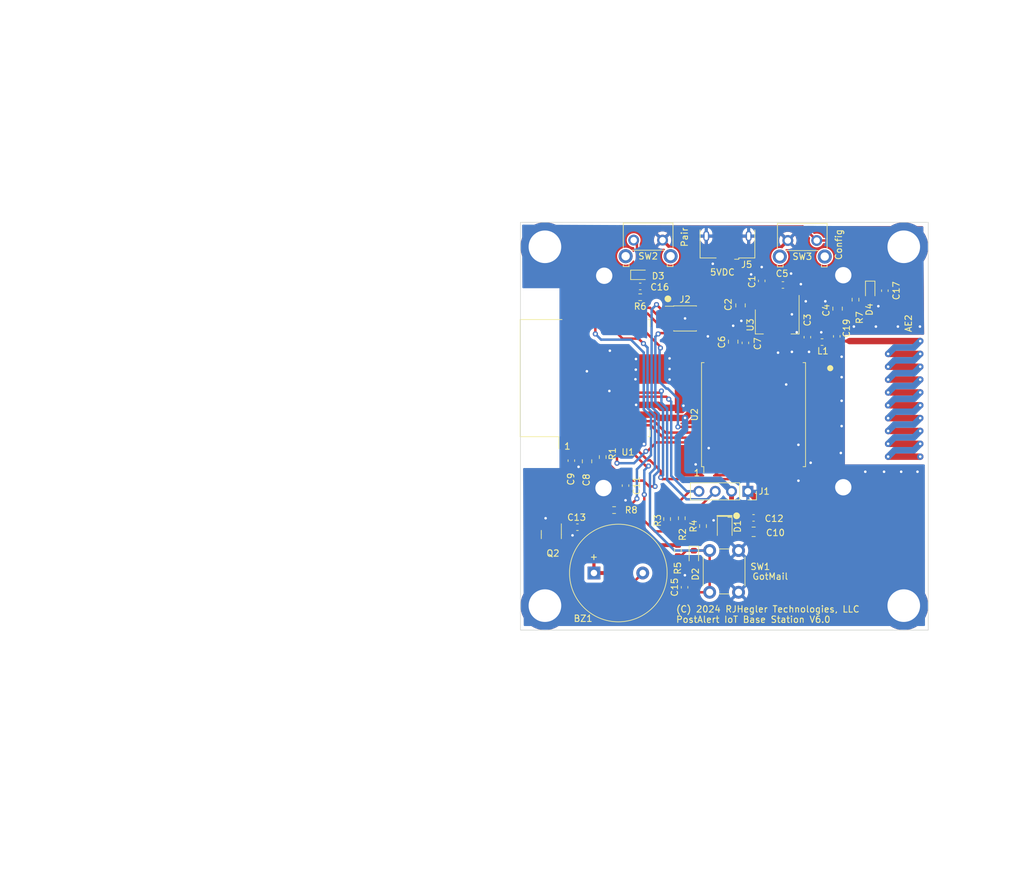
<source format=kicad_pcb>
(kicad_pcb (version 20221018) (generator pcbnew)
  (title_block (title "PostAlert Base Station") (date "2024-08-06") (rev "5.0") (company "RJ Hegler Technologies, LLC") (comment 1 "Was RFM97, chip antenna") (comment 2 "Q1 wrong footprint, display changed"))
  (layers (0 "F.Cu" signal) (31 "B.Cu" signal) (34 "B.Paste" user) (35 "F.Paste" user) (36 "B.SilkS" user "B.Silkscreen") (37 "F.SilkS" user "F.Silkscreen") (38 "B.Mask" user) (39 "F.Mask" user) (44 "Edge.Cuts" user))
  (net 0 "")
  (net 1 "+3.3V")
  (net 2 "/BEEP")
  (net 3 "GND")
  (net 4 "/ESP_EN")
  (net 6 "/RGB")
  (net 7 "/GotMail")
  (net 8 "/Pair")
  (net 9 "/Config")
  (net 10 "/SCL")
  (net 11 "/SDA")
  (net 12 "/ESP_TXD")
  (net 13 "/ESP_RXD")
  (net 15 "/MISO")
  (net 16 "/SCK")
  (net 17 "/MOSI")
  (net 18 "/RST")
  (net 19 "/NSS")
  (net 20 "Net-(J5-VBUS)")
  (net 21 "Net-(AE2-A)")
  (net 22 "Net-(U2-ANT)")
  (net 23 "Net-(BZ1--)")
  (net 30 "Net-(Q2-B)")
  (footprint "Button_Switch_THT:SW_Tactile_SKHH_Angled" (layer "F.Cu") (at 119.2294 58.653)
    (fp_text reference "SW2")
    (fp_text value "SW_Push")
  )
  (footprint "RJHTEC:USB_Micro-B_Amphenol_10118193-0002LF_Horizontal" (layer "F.Cu") (at 133.8344 58.018 180)
    (fp_text reference "J5")
    (fp_text value "USB_B_Micro")
  )
  (footprint "Diode_SMD:D_0603_1608Metric" (layer "F.Cu") (at 156.0594 66.527 -90)
    (fp_text reference "D4")
    (fp_text value "5v")
  )
  (footprint "Capacitor_SMD:C_0603_1608Metric" (layer "F.Cu") (at 109.5266 92.9938 -90)
    (fp_text reference "C9")
    (fp_text value "0.1uF")
  )
  (footprint "Capacitor_SMD:C_0603_1608Metric" (layer "F.Cu") (at 142.4704 65.638)
    (fp_text reference "C5")
    (fp_text value "0.1uF")
  )
  (footprint "Capacitor_SMD:C_0805_2012Metric" (layer "F.Cu") (at 135.8664 68.813 -90)
    (fp_text reference "C2")
    (fp_text value "10uf 6.3v")
  )
  (footprint "Resistor_SMD:R_0603_1608Metric" (layer "F.Cu") (at 116.1814 100.69 180)
    (fp_text reference "R8")
    (fp_text value "8.2k")
  )
  (footprint "Buzzer_Beeper:Buzzer_15x7.5RM7.6" (layer "F.Cu") (at 113.04 110.49)
    (fp_text reference "BZ1")
    (fp_text value "Piezo 3VDC 2300Hz 82dBA")
  )
  (footprint "Connector_PinSocket_2.54mm:PinSocket_1x04_P2.54mm_Vertical" (layer "F.Cu") (at 137.0094 97.769 -90)
    (fp_text reference "J1")
    (fp_text value "Conn_01x04_Socket")
  )
  (footprint "Capacitor_SMD:C_0603_1608Metric" (layer "F.Cu") (at 146.2804 73.766 90)
    (fp_text reference "C3")
    (fp_text value "DNP")
  )
  (footprint "Button_Switch_THT:SW_Tactile_SKHH_Angled" (layer "F.Cu") (at 143.2324 58.71)
    (fp_text reference "SW3")
    (fp_text value "SW_Push")
  )
  (footprint "Package_TO_SOT_SMD:SOT-23" (layer "F.Cu") (at 106.4024 104.5 -90)
    (fp_text reference "Q2")
    (fp_text value "MMBT3904")
  )
  (footprint "Resistor_SMD:R_0603_1608Metric" (layer "F.Cu") (at 130.0244 103.1792 -90)
    (fp_text reference "R4")
    (fp_text value "10k")
  )
  (footprint "RF_Module:ESP-WROOM-02" (layer "F.Cu") (at 114.771 80.1414 90)
    (fp_text reference "U1")
    (fp_text value "ESP32-C3")
  )
  (footprint "Package_TO_SOT_SMD:SOT-223-3_TabPin2" (layer "F.Cu") (at 141.5814 71.353 -90)
    (fp_text reference "U3")
    (fp_text value "AZ1117-3.3")
  )
  (footprint "RF_Module:HOPERF_RFM9XW_SMD" (layer "F.Cu") (at 137.8984 85.831 90)
    (fp_text reference "U2")
    (fp_text value "RFM95W-915S2")
  )
  (footprint "Resistor_SMD:R_0603_1608Metric" (layer "F.Cu") (at 153.7734 67.924 90)
    (fp_text reference "R7")
    (fp_text value "10k")
  )
  (footprint "Capacitor_SMD:C_0805_2012Metric" (layer "F.Cu") (at 134.7234 74.467 90)
    (fp_text reference "C6")
    (fp_text value "10uf 6.3v")
  )
  (footprint "LED_SMD:LED_WS2812B-2020_PLCC4_2.0x2.0mm" (layer "F.Cu") (at 133.4026 103.23 -90)
    (fp_text reference "D1")
    (fp_text value "NeoPixel_THT")
  )
  (footprint "Capacitor_SMD:C_0805_2012Metric" (layer "F.Cu") (at 150.9794 69.321 90)
    (fp_text reference "C4")
    (fp_text value "10uf 6.3v")
  )
  (footprint "Capacitor_SMD:C_0603_1608Metric" (layer "F.Cu") (at 110.4664 103.357 180)
    (fp_text reference "C13")
    (fp_text value "0.1uF")
  )
  (footprint "Capacitor_SMD:C_0603_1608Metric" (layer "F.Cu") (at 136.6284 74.655 90)
    (fp_text reference "C7")
    (fp_text value "0.1uF")
  )
  (footprint "Capacitor_SMD:C_0603_1608Metric" (layer "F.Cu") (at 158.3454 66.527 90)
    (fp_text reference "C17")
    (fp_text value "0.1uF")
  )
  (footprint "Button_Switch_THT:SW_PUSH_6mm" (layer "F.Cu") (at 135.5616 106.9892 -90)
    (fp_text reference "SW1")
    (fp_text value "SW_Push")
  )
  (footprint "Resistor_SMD:R_0603_1608Metric" (layer "F.Cu") (at 126.1128 106.9892 -90)
    (fp_text reference "R5")
    (fp_text value "10k")
  )
  (footprint "Resistor_SMD:R_0603_1608Metric" (layer "F.Cu") (at 124.4364 102.087 90)
    (fp_text reference "R3")
    (fp_text value "10k")
  )
  (footprint "Capacitor_SMD:C_0805_2012Metric" (layer "F.Cu") (at 137.9114 104.0795)
    (fp_text reference "C10")
    (fp_text value "10uf 6.3v")
  )
  (footprint "Resistor_SMD:R_0603_1608Metric" (layer "F.Cu") (at 126.7224 101.96 90)
    (fp_text reference "R2")
    (fp_text value "10k")
  )
  (footprint "Capacitor_SMD:C_0805_2012Metric" (layer "F.Cu") (at 111.965 93.0954 -90)
    (fp_text reference "C8")
    (fp_text value "10uf 6.3v")
  )
  (footprint "Diode_SMD:D_0603_1608Metric" (layer "F.Cu") (at 128.602 107.802 -90)
    (fp_text reference "D2")
    (fp_text value "5v")
  )
  (footprint "Capacitor_SMD:C_0603_1608Metric" (layer "F.Cu") (at 120.2454 65.8666 180)
    (fp_text reference "C16")
    (fp_text value "0.1uF")
  )
  (footprint "Resistor_SMD:R_0603_1608Metric" (layer "F.Cu") (at 120.2454 67.543 180)
    (fp_text reference "R6")
    (fp_text value "10k")
  )
  (footprint "Capacitor_SMD:C_0603_1608Metric" (layer "F.Cu") (at 137.8984 101.9092)
    (fp_text reference "C12")
    (fp_text value "0.1uF")
  )
  (footprint "Inductor_SMD:L_0603_1608Metric" (layer "F.Cu") (at 148.5664 74.528)
    (fp_text reference "L1")
    (fp_text value "36nH")
  )
  (footprint "Capacitor_SMD:C_0603_1608Metric" (layer "F.Cu") (at 117.9594 96.88 -90)
    (fp_text reference "C11")
    (fp_text value "1uF, 16v")
  )
  (footprint "RF_Antenna:Texas_SWRA416_868MHz_915MHz" (layer "F.Cu") (at 158.0534 83.37 -90)
    (fp_text reference "AE2")
    (fp_text value "Antenna")
  )
  (footprint "Diode_SMD:D_0603_1608Metric" (layer "F.Cu") (at 120.2454 64.0632)
    (fp_text reference "D3")
    (fp_text value "5v")
  )
  (footprint "Capacitor_SMD:C_0603_1608Metric" (layer "F.Cu") (at 150.8524 73.639 90)
    (fp_text reference "C19")
    (fp_text value "0.75pF")
  )
  (footprint "Capacitor_SMD:C_0603_1608Metric" (layer "F.Cu") (at 127.1542 112.7166 -90)
    (fp_text reference "C15")
    (fp_text value "0.1uF")
  )
  (footprint "Capacitor_SMD:C_0603_1608Metric" (layer "F.Cu") (at 139.1684 65.003 90)
    (fp_text reference "C1")
    (fp_text value "0.1uF")
  )
  (footprint "Connector_PinHeader_1.27mm:PinHeader_2x03_P1.27mm_Vertical_SMD" (layer "F.Cu") (at 127.2304 70.845)
    (fp_text reference "J2")
    (fp_text value "ESP-Prog")
  )
  (footprint "Resistor_SMD:R_0603_1608Metric" (layer "F.Cu") (at 114.4034 92.435 90)
    (fp_text reference "R1")
    (fp_text value "10k")
  )
  (gr_circle (center 135.255743 101.579) (end 135.705743 101.579) (stroke (width 0.15)) (fill solid) (layer "F.SilkS"))
  (gr_circle (center 149.8364 78.592) (end 150.2364 78.592) (stroke (width 0.15)) (fill solid) (layer "F.SilkS"))
  (gr_line (start 132.2596 101.6044) (end 134.4948 101.6044) (stroke (width 0.25)) (layer "F.SilkS"))
  (gr_circle (center 124.5634 67.797) (end 125.0134 67.797) (stroke (width 0.15)) (fill solid) (layer "F.SilkS"))
  (gr_poly (pts (xy 101.6 55.88) (xy 165.1 55.88) (xy 165.1 119.38) (xy 101.6 119.38)) (stroke (width 0.1)) (fill none) (layer "Edge.Cuts"))
  (gr_text "RJHegler Tech, LLC\nPCB01202401" (at 141.8608 109.2498) (layer "F.Cu") (effects (font (size 1.5 1.5) (thickness 0.3) bold) (justify left bottom)))
  (gr_text "GotMail" (at 137.6444 111.612) (layer "F.SilkS") (effects (font (size 1 1)) (justify left bottom)))
  (gr_text "Pair" (at 127.7384 59.796 90) (layer "F.SilkS") (effects (font (size 1 1)) (justify left bottom)))
  (gr_text "Config" (at 151.7414 61.828 90) (layer "F.SilkS") (effects (font (size 1 1)) (justify left bottom)))
  (gr_text "1" (at 108.3328 91.3428) (layer "F.SilkS") (effects (font (size 1 1)) (justify left bottom)))
  (gr_text "5VDC" (at 131.0404 64.241) (layer "F.SilkS") (effects (font (size 1 1)) (justify left bottom)))
  (gr_text "(C) 2024 RJHegler Technologies, LLC\nPostAlert IoT Base Station V6.0" (at 125.7572 118.3176) (layer "F.SilkS") (effects (font (size 1 1)) (justify left bottom)))
  (gr_text "1" (at 128.5004 95.483) (layer "F.SilkS") (effects (font (size 1 1)) (justify left bottom)))
  (segment (start 152.8234 70.271) (end 150.9794 70.271) (width 0.381) (layer "F.Cu") (net 1))
  (segment (start 108.771 91.4632) (end 109.5266 92.2188) (width 0.8) (layer "F.Cu") (net 1))
  (segment (start 136.8984 78.306) (end 136.8984 75.7) (width 0.6) (layer "F.Cu") (net 1))
  (segment (start 153.7734 68.749) (end 153.7734 69.321) (width 0.381) (layer "F.Cu") (net 1))
  (segment (start 122.6584 85.831) (end 110.8474 85.831) (width 1) (layer "F.Cu") (net 1))
  (segment (start 108.771 88.8914) (end 108.771 91.4632) (width 0.8) (layer "F.Cu") (net 1))
  (segment (start 136.6284 75.43) (end 140.6544 75.43) (width 1) (layer "F.Cu") (net 1))
  (segment (start 141.5814 68.203) (end 141.5814 65.752) (width 1) (layer "F.Cu") (net 1))
  (segment (start 129.5936 102.785) (end 130.0244 102.3542) (width 0.381) (layer "F.Cu") (net 1))
  (segment (start 113.2888 92.1454) (end 114.4034 93.26) (width 0.381) (layer "F.Cu") (net 1))
  (segment (start 110.8474 85.831) (end 108.771 87.9074) (width 1) (layer "F.Cu") (net 1))
  (segment (start 109.5266 92.2188) (end 111.8916 92.2188) (width 0.8) (layer "F.Cu") (net 1))
  (segment (start 121.0704 67.543) (end 121.0958 67.5684) (width 0.381) (layer "F.Cu") (net 1))
  (segment (start 128.5004 76.941) (end 130.0244 75.417) (width 1) (layer "F.Cu") (net 1))
  (segment (start 131.5992 101.2488) (end 130.4938 102.3542) (width 0.381) (layer "F.Cu") (net 1))
  (segment (start 136.9614 104.0795) (end 136.9614 102.0712) (width 0.75) (layer "F.Cu") (net 1))
  (segment (start 136.6284 75.43) (end 136.6154 75.417) (width 0.381) (layer "F.Cu") (net 1))
  (segment (start 139.41 75.43) (end 136.6284 75.43) (width 0.381) (layer "F.Cu") (net 1))
  (segment (start 137.0602 101.9092) (end 137.1234 101.9092) (width 0.381) (layer "F.Cu") (net 1))
  (segment (start 130.0244 102.5046) (end 130.0244 102.3542) (width 0.381) (layer "F.Cu") (net 1))
  (segment (start 127.2304 86.339) (end 123.1664 86.339) (width 1) (layer "F.Cu") (net 1))
  (segment (start 128.5004 85.069) (end 128.5004 76.941) (width 1) (layer "F.Cu") (net 1))
  (segment (start 141.5814 74.503) (end 141.5814 68.203) (width 1) (layer "F.Cu") (net 1))
  (segment (start 140.6544 75.43) (end 141.5814 74.503) (width 1) (layer "F.Cu") (net 1))
  (segment (start 146.2829 70.271) (end 150.9794 70.271) (width 1) (layer "F.Cu") (net 1))
  (segment (start 127.2304 86.339) (end 128.5004 85.069) (width 1) (layer "F.Cu") (net 1))
  (segment (start 153.7734 69.321) (end 152.8234 70.271) (width 0.381) (layer "F.Cu") (net 1))
  (segment (start 133.9526 104.7374) (end 133.9526 104.145) (width 0.6) (layer "F.Cu") (net 1))
  (segment (start 121.0958 67.5684) (end 127.1738 67.5684) (width 0.381) (layer "F.Cu") (net 1))
  (segment (start 133.9526 104.145) (end 136.8959 104.145) (width 0.6) (layer "F.Cu") (net 1))
  (segment (start 141.5814 71.607) (end 144.9469 71.607) (width 1) (layer "F.Cu") (net 1))
  (segment (start 115.3984 110.49) (end 119.7374 106.151) (width 0.6) (layer "F.Cu") (net 1))
  (segment (start 113.04 104.4066) (end 113.04 110.49) (width 0.5) (layer "F.Cu") (net 1))
  (segment (start 111.965 92.1454) (end 113.2888 92.1454) (width 0.381) (layer "F.Cu") (net 1))
  (segment (start 126.5954 102.912) (end 126.7224 102.785) (width 0.381) (layer "F.Cu") (net 1))
  (segment (start 136.8984 75.7) (end 136.6284 75.43) (width 0.381) (layer "F.Cu") (net 1))
  (segment (start 129.9726 102.5564) (end 130.0244 102.5046) (width 0.381) (layer "F.Cu") (net 1))
  (segment (start 134.4694 97.769) (end 134.4694 99.3184) (width 0.75) (layer "F.Cu") (net 1))
  (segment (start 134.4694 97.769) (end 134.4694 99.2106) (width 0.381) (layer "F.Cu") (net 1))
  (segment (start 111.8916 92.2188) (end 111.965 92.1454) (width 0.381) (layer "F.Cu") (net 1))
  (segment (start 119.7374 106.151) (end 126.126 106.151) (width 0.6) (layer "F.Cu") (net 1))
  (segment (start 133.6312 105.0588) (end 133.9526 104.7374) (width 0.6) (layer "F.Cu") (net 1))
  (segment (start 126.126 106.151) (end 127.2182 105.0588) (width 0.6) (layer "F.Cu") (net 1))
  (segment (start 132.0564 75.417) (end 134.7234 75.417) (width 1) (layer "F.Cu") (net 1))
  (segment (start 113.04 110.49) (end 115.3984 110.49) (width 0.6) (layer "F.Cu") (net 1))
  (segment (start 111.9904 103.357) (end 113.04 104.4066) (width 0.5) (layer "F.Cu") (net 1))
  (segment (start 130.0244 75.417) (end 132.0564 75.417) (width 1) (layer "F.Cu") (net 1))
  (segment (start 136.6154 75.417) (end 134.7234 75.417) (width 1) (layer "F.Cu") (net 1))
  (segment (start 132.0564 75.417) (end 131.9294 75.29) (width 0.381) (layer "F.Cu") (net 1))
  (segment (start 124.4364 102.912) (end 126.5954 102.912) (width 0.381) (layer "F.Cu") (net 1))
  (segment (start 136.8959 104.145) (end 136.9614 104.0795) (width 0.381) (layer "F.Cu") (net 1))
  (segment (start 111.2414 103.357) (end 111.9904 103.357) (width 0.5) (layer "F.Cu") (net 1))
  (segment (start 134.4694 99.2106) (end 132.4312 101.2488) (width 0.381) (layer "F.Cu") (net 1))
  (segment (start 127.2182 105.0588) (end 133.6312 105.0588) (width 0.6) (layer "F.Cu") (net 1))
  (segment (start 123.1664 86.339) (end 122.6584 85.831) (width 1) (layer "F.Cu") (net 1))
  (segment (start 130.4938 102.3542) (end 130.0244 102.3542) (width 0.381) (layer "F.Cu") (net 1))
  (segment (start 132.4312 101.2488) (end 131.5992 101.2488) (width 0.381) (layer "F.Cu") (net 1))
  (segment (start 127.1738 67.5684) (end 129.1804 69.575) (width 0.381) (layer "F.Cu") (net 1))
  (segment (start 144.9469 71.607) (end 146.2829 70.271) (width 1) (layer "F.Cu") (net 1))
  (segment (start 131.0404 69.575) (end 129.1804 69.575) (width 0.381) (layer "F.Cu") (net 1))
  (segment (start 134.4694 99.3184) (end 137.0602 101.9092) (width 0.75) (layer "F.Cu") (net 1))
  (segment (start 108.771 87.9074) (end 108.771 88.8914) (width 1) (layer "F.Cu") (net 1))
  (segment (start 126.7224 102.785) (end 129.5936 102.785) (width 0.381) (layer "F.Cu") (net 1))
  (segment (start 139.5654 75.5854) (end 139.41 75.43) (width 0.381) (layer "F.Cu") (net 1))
  (segment (start 131.9294 75.29) (end 131.9294 70.464) (width 0.381) (layer "F.Cu") (net 1))
  (segment (start 141.5814 65.752) (end 141.6954 65.638) (width 1) (layer "F.Cu") (net 1))
  (segment (start 131.9294 70.464) (end 131.0404 69.575) (width 0.381) (layer "F.Cu") (net 1))
  (segment (start 136.9614 102.0712) (end 137.1234 101.9092) (width 0.381) (layer "F.Cu") (net 1))
  (via (at 127.2304 86.339) (size 0.8) (drill 0.4) (layers "F.Cu" "B.Cu") (net 1))
  (segment (start 127.2304 88.177135) (end 126.0889 89.318635) (width 1) (layer "B.Cu") (net 1))
  (segment (start 132.6914 95.991) (end 134.4694 97.769) (width 1) (layer "B.Cu") (net 1))
  (segment (start 127.2304 86.339) (end 127.2304 88.177135) (width 1) (layer "B.Cu") (net 1))
  (segment (start 126.0889 89.318635) (end 126.0889 95.114142) (width 1) (layer "B.Cu") (net 1))
  (segment (start 126.965758 95.991) (end 132.6914 95.991) (width 1) (layer "B.Cu") (net 1))
  (segment (start 126.0889 95.114142) (end 126.965758 95.991) (width 1) (layer "B.Cu") (net 1))
  (segment (start 113.2604 73.258) (end 113.2604 71.702) (width 0.381) (layer "F.Cu") (net 2))
  (segment (start 117.0064 100.69) (end 117.9594 100.69) (width 0.381) (layer "F.Cu") (net 2))
  (segment (start 113.2604 71.702) (end 113.271 71.6914) (width 0.381) (layer "F.Cu") (net 2))
  (segment (start 117.9594 100.69) (end 119.7374 98.912) (width 0.381) (layer "F.Cu") (net 2))
  (segment (start 113.271 71.6914) (end 113.271 71.3914) (width 0.381) (layer "F.Cu") (net 2))
  (via (at 113.2604 73.258) (size 0.8) (drill 0.4) (layers "F.Cu" "B.Cu") (net 2))
  (via (at 119.7374 98.912) (size 0.8) (drill 0.4) (layers "F.Cu" "B.Cu") (net 2))
  (segment (start 121.9249 86.156952) (end 120.8042 85.036252) (width 0.381) (layer "B.Cu") (net 2))
  (segment (start 119.7374 98.912) (end 119.7374 94.34) (width 0.381) (layer "B.Cu") (net 2))
  (segment (start 120.8042 76.1536) (end 118.7976 74.147) (width 0.381) (layer "B.Cu") (net 2))
  (segment (start 120.8042 85.036252) (end 120.8042 76.1536) (width 0.381) (layer "B.Cu") (net 2))
  (segment (start 119.7374 94.34) (end 121.9249 92.1525) (width 0.381) (layer "B.Cu") (net 2))
  (segment (start 118.7976 74.147) (end 114.1494 74.147) (width 0.381) (layer "B.Cu") (net 2))
  (segment (start 114.1494 74.147) (end 113.2604 73.258) (width 0.381) (layer "B.Cu") (net 2))
  (segment (start 121.9249 92.1525) (end 121.9249 86.156952) (width 0.381) (layer "B.Cu") (net 2))
  (segment (start 127.1542 111.9416) (end 127.1542 110.8878) (width 0.381) (layer "F.Cu") (net 3))
  (segment (start 128.602 109.44) (end 127.205 110.837) (width 0.381) (layer "F.Cu") (net 3))
  (segment (start 120.771 90.3444) (end 120.8296 90.403) (width 0.381) (layer "F.Cu") (net 3))
  (segment (start 121.0204 65.8666) (end 121.0204 64.0757) (width 0.381) (layer "F.Cu") (net 3))
  (segment (start 130.9419 91.038) (end 130.9134 91.0665) (width 0.381) (layer "F.Cu") (net 3))
  (segment (start 121.0204 64.0757) (end 121.0329 64.0632) (width 0.381) (layer "F.Cu") (net 3))
  (segment (start 120.771 88.8914) (end 120.771 90.3444) (width 0.381) (layer "F.Cu") (net 3))
  (segment (start 143.8814 68.203) (end 143.8814 66.274) (width 0.381) (layer "F.Cu") (net 3))
  (segment (start 138.6734 99.306) (end 138.6734 101.9092) (width 1) (layer "F.Cu") (net 3))
  (segment (start 109.6914 104.614) (end 109.6914 103.357) (width 0.5) (layer "F.Cu") (net 3))
  (segment (start 137.1364 97.769) (end 138.6734 99.306) (width 1) (layer "F.Cu") (net 3))
  (segment (start 130.9134 91.038) (end 130.9419 91.038) (width 0.381) (layer "F.Cu") (net 3))
  (segment (start 130.8984 91.0815) (end 130.9134 91.0665) (width 0.381) (layer "F.Cu") (net 3))
  (segment (start 119.6104 84.307) (end 123.0394 84.307) (width 1) (layer "F.Cu") (net 3))
  (segment (start 135.0734 73.867) (end 134.7234 73.517) (width 0.381) (layer "F.Cu") (net 3))
  (segment (start 111.9396 79.0746) (end 111.9896 79.0246) (width 0.381) (layer "F.Cu") (net 3))
  (segment (start 126.6384 84.772) (end 126.9764 84.434) (width 1) (layer "F.Cu") (net 3))
  (segment (start 135.9934 69.89) (end 135.8664 69.763) (width 0.381) (layer "F.Cu") (net 3))
  (segment (start 130.9134 91.0665) (end 130.9134 91.038) (width 0.381) (layer "F.Cu") (net 3))
  (segment (start 137.0094 97.769) (end 137.1364 97.769) (width 1) (layer "F.Cu") (net 3))
  (segment (start 143.8814 66.274) (end 143.2454 65.638) (width 0.381) (layer "F.Cu") (net 3))
  (segment (start 111.965 94.0454) (end 110.7306 94.0454) (width 0.381) (layer "F.Cu") (net 3))
  (segment (start 138.6734 101.5525) (end 138.6734 101.9092) (width 0.381) (layer "F.Cu") (net 3))
  (segment (start 115.381 82.0811) (end 115.381 79.0414) (width 0.381) (layer "F.Cu") (net 3))
  (segment (start 109.5266 93.7688) (end 110.454 93.7688) (width 0.381) (layer "F.Cu") (net 3))
  (segment (start 117.9594 99.166) (end 117.9594 97.655) (width 0.381) (layer "F.Cu") (net 3))
  (segment (start 109.7044 104.627) (end 109.6914 104.614) (width 0.381) (layer "F.Cu") (net 3))
  (segment (start 136.6154 73.867) (end 135.0734 73.867) (width 0.381) (layer "F.Cu") (net 3))
  (segment (start 139.1684 64.228) (end 139.1684 62.844) (width 0.381) (layer "F.Cu") (net 3))
  (segment (start 138.6734 103.8915) (end 138.8614 104.0795) (width 0.381) (layer "F.Cu") (net 3))
  (segment (start 132.827968 102.290368) (end 132.8526 102.315) (width 0.381) (layer "F.Cu") (net 3))
  (segment (start 115.3642 79.0246) (end 115.381 79.0414) (width 0.381) (layer "F.Cu") (net 3))
  (segment (start 110.454 93.7688) (end 110.6442 93.959) (width 0.381) (layer "F.Cu") (net 3))
  (segment (start 127.1542 110.8878) (end 127.205 110.837) (width 0.381) (layer "F.Cu") (net 3))
  (segment (start 115.381 79.0414) (end 115.521 78.9014) (width 0.381) (layer "F.Cu") (net 3))
  (segment (start 136.6284 73.88) (end 136.6154 73.867) (width 0.381) (layer "F.Cu") (net 3))
  (segment (start 105.4524 102.021) (end 105.5134 101.96) (width 0.381) (layer "F.Cu") (net 3))
  (segment (start 128.602 108.5895) (end 128.602 109.44) (width 0.381) (layer "F.Cu") (net 3))
  (segment (start 134.7234 71.988) (end 134.7234 73.517) (width 0.381) (layer "F.Cu") (net 3))
  (segment (start 111.9896 79.0246) (end 115.3642 79.0246) (width 0.381) (layer "F.Cu") (net 3))
  (segment (start 123.5044 84.772) (end 126.6384 84.772) (width 1) (layer "F.Cu") (net 3))
  (segment (start 130.8984 93.356) (end 130.8984 91.0815) (width 0.381) (layer "F.Cu") (net 3))
  (segment (start 115.4448 82.1449) (end 115.381 82.0811) (width 0.381) (layer "F.Cu") (net 3))
  (segment (start 131.675568 102.290368) (end 132.827968 102.290368) (width 0.381) (layer "F.Cu") (net 3))
  (segment (start 135.9934 71.226) (end 135.9934 69.89) (width 0.381) (layer "F.Cu") (net 3))
  (segment (start 138.6734 101.9092) (end 138.6734 103.8915) (width 1) (layer "F.Cu") (net 3))
  (segment (start 110.7306 94.0454) (end 110.6442 93.959) (width 0.381) (layer "F.Cu") (net 3))
  (segment (start 105.4524 103.5625) (end 105.4524 102.021) (width 0.381) (layer "F.Cu") (net 3))
  (segment (start 123.0394 84.307) (end 123.5044 84.772) (width 1) (layer "F.Cu") (net 3))
  (segment (start 115.521 78.9014) (end 115.521 75.8742) (width 0.381) (layer "F.Cu") (net 3))
  (segment (start 138.8048 101.4211) (end 138.6734 101.5525) (width 0.381) (layer "F.Cu") (net 3))
  (via (at 160.8854 94.721) (size 0.8) (drill 0.4) (layers "F.Cu" "B.Cu") (net 3))
  (via (at 144.6294 73.004) (size 0.8) (drill 0.4) (layers "F.Cu" "B.Cu") (net 3))
  (via (at 163.8064 72.115) (size 0.8) (drill 0.4) (layers "F.Cu" "B.Cu") (net 3))
  (via (at 114.640163 64.2) (size 4.20116) (drill 2.54) (layers "F.Cu" "B.Cu") (net 3))
  (via (at 151.6144 76.814) (size 0.8) (drill 0.4) (layers "F.Cu" "B.Cu") (net 3))
  (via (at 124.8174 77.068) (size 0.8) (drill 0.4) (layers "F.Cu" "B.Cu") (net 3))
  (via (at 145.2644 65.511) (size 0.8) (drill 0.4) (layers "F.Cu" "B.Cu") (net 3))
  (via (at 146.7884 93.324) (size 0.8) (drill 0.4) (layers "F.Cu" "B.Cu") (net 3))
  (via (at 124.8174 78.719) (size 0.8) (drill 0.4) (layers "F.Cu" "B.Cu") (net 3))
  (via (at 119.5088 80.3192) (size 0.8) (drill 0.4) (layers "F.Cu" "B.Cu") (net 3))
  (via (at 151.8684 64.114) (size 4.20116) (drill 2.54) (layers "F.Cu" "B.Cu") (net 3))
  (via (at 149.0744 68.178) (size 0.8) (drill 0.4) (layers "F.Cu" "B.Cu") (net 3))
  (via (at 127.2304 70.845) (size 0.8) (drill 0.4) (layers "F.Cu" "B.Cu") (net 3))
  (via (at 160.3774 72.115) (size 0.8) (drill 0.4) (layers "F.Cu" "B.Cu") (net 3))
  (via (at 126.9764 84.434) (size 0.8) (drill 0.4) (layers "F.Cu" "B.Cu") (net 3))
  (via (at 105.5134 101.96) (size 0.8) (drill 0.4) (layers "F.Cu" "B.Cu") (net 3))
  (via (at 139.1684 62.844) (size 0.8) (drill 0.4) (layers "F.Cu" "B.Cu") (net 3))
  (via (at 128.8814 93.578) (size 0.8) (drill 0.4) (layers "F.Cu" "B.Cu") (net 3))
  (via locked (at 161.29 59.69) (size 7.62) (drill 5.08) (layers "F.Cu" "B.Cu") (net 3))
  (via (at 163.4254 94.721) (size 0.8) (drill 0.4) (layers "F.Cu" "B.Cu") (net 3))
  (via (at 153.5194 72.115) (size 0.8) (drill 0.4) (layers "F.Cu" "B.Cu") (net 3))
  (via (at 144.8834 96.118) (size 0.8) (drill 0.4) (layers "F.Cu" "B.Cu") (net 3))
  (via (at 151.6144 87.609) (size 0.8) (drill 0.4) (layers "F.Cu" "B.Cu") (net 3))
  (via (at 117.9594 99.166) (size 0.8) (drill 0.4) (layers "F.Cu" "B.Cu") (net 3))
  (via (at 127.205 110.837) (size 0.8) (drill 0.4) (layers "F.Cu" "B.Cu") (net 3))
  (via (at 142.9784 81.132) (size 0.8) (drill 0.4) (layers "F.Cu" "B.Cu") (net 3))
  (via (at 131.675568 102.290368) (size 0.8) (drill 0.4) (layers "F.Cu" "B.Cu") (net 3))
  (via (at 115.521 75.8742) (size 0.8) (drill 0.4) (layers "F.Cu" "B.Cu") (net 3))
  (via (at 131.5484 62.336) (size 0.8) (drill 0.4) (layers "F.Cu" "B.Cu") (net 3))
  (via locked (at 105.41 115.57) (size 7.62) (drill 5.08) (layers "F.Cu" "B.Cu") (net 3))
  (via (at 144.8834 90.53) (size 0.8) (drill 0.4) (layers "F.Cu" "B.Cu") (net 3))
  (via (at 143.7404 63.86) (size 0.8) (drill 0.4) (layers "F.Cu" "B.Cu") (net 3))
  (via (at 155.2974 94.721) (size 0.8) (drill 0.4) (layers "F.Cu" "B.Cu") (net 3))
  (via (at 109.7044 104.627) (size 0.8) (drill 0.4) (layers "F.Cu" "B.Cu") (net 3))
  (via (at 137.5174 63.987) (size 0.8) (drill 0.4) (layers "F.Cu" "B.Cu") (net 3))
  (via (at 130.7864 73.639) (size 0.8) (drill 0.4) (layers "F.Cu" "B.Cu") (net 3))
  (via (at 119.6104 84.307) (size 0.8) (drill 0.4) (layers "F.Cu" "B.Cu") (net 3))
  (via locked (at 105.41 59.69) (size 7.62) (drill 5.08) (layers "F.Cu" "B.Cu") (net 3))
  (via (at 141.7084 76.179) (size 0.8) (drill 0.4) (layers "F.Cu" "B.Cu") (net 3))
  (via (at 130.9134 91.038) (size 0.8) (drill 0.4) (layers "F.Cu" "B.Cu") (net 3))
  (via (at 158.2184 94.721) (size 0.8) (drill 0.4) (layers "F.Cu" "B.Cu") (net 3))
  (via (at 119.585 77.1696) (size 0.8) (drill 0.4) (layers "F.Cu" "B.Cu") (net 3))
  (via (at 151.8684 97.134) (size 4.20116) (drill 2.54) (layers "F.Cu" "B.Cu") (net 3))
  (via (at 146.5344 76.052) (size 0.8) (drill 0.4) (layers "F.Cu" "B.Cu") (net 3))
  (via (at 134.7234 71.988) (size 0.8) (drill 0.4) (layers "F.Cu" "B.Cu") (net 3))
  (via (at 110.6442 93.959) (size 0.8) (drill 0.4) (layers "F.Cu" "B.Cu") (net 3))
  (via (at 114.5304 97.261) (size 4.20116) (drill 2.54) (layers "F.Cu" "B.Cu") (net 3))
  (via (at 146.0264 68.178) (size 0.8) (drill 0.4) (layers "F.Cu" "B.Cu") (net 3))
  (via (at 156.9484 72.115) (size 0.8) (drill 0.4) (layers "F.Cu" "B.Cu") (net 3))
  (via locked (at 161.29 115.57) (size 7.62) (drill 5.08) (layers "F.Cu" "B.Cu") (net 3))
  (via (at 151.6144 83.672) (size 0.8) (drill 0.4) (layers "F.Cu" "B.Cu") (net 3))
  (via (at 111.9396 79.0746) (size 0.8) (drill 0.4) (layers "F.Cu" "B.Cu") (net 3))
  (via (at 143.8674 76.052) (size 0.8) (drill 0.4) (layers "F.Cu" "B.Cu") (net 3))
  (via (at 120.8296 90.403) (size 0.8) (drill 0.4) (layers "F.Cu" "B.Cu") (net 3))
  (via (at 143.8674 70.21) (size 0.8) (drill 0.4) (layers "F.Cu" "B.Cu") (net 3))
  (via (at 148.4394 73.004) (size 0.8) (drill 0.4) (layers "F.Cu" "B.Cu") (net 3))
  (via (at 119.5596 78.8206) (size 0.8) (drill 0.4) (layers "F.Cu" "B.Cu") (net 3))
  (via (at 124.8174 80.37) (size 0.8) (drill 0.4) (layers "F.Cu" "B.Cu") (net 3))
  (via (at 151.6144 79.989) (size 0.8) (drill 0.4) (layers "F.Cu" "B.Cu") (net 3))
  (via (at 151.4874 91.8) (size 0.8) (drill 0.4) (layers "F.Cu" "B.Cu") (net 3))
  (via (at 135.9934 71.226) (size 0.8) (drill 0.4) (layers "F.Cu" "B.Cu") (net 3))
  (via (at 157.3294 68.94) (size 0.8) (drill 0.4) (layers "F.Cu" "B.Cu") (net 3))
  (via (at 115.4448 82.1449) (size 0.8) (drill 0.4) (layers "F.Cu" "B.Cu") (net 3))
  (segment (start 121.6424 97.007) (end 120.7404 96.105) (width 0.381) (layer "F.Cu") (net 4))
  (segment (start 115.5464 92.753) (end 115.5464 93.6796) (width 0.381) (layer "F.Cu") (net 4))
  (segment (start 114.4034 91.61) (end 115.5464 92.753) (width 0.381) (layer "F.Cu") (net 4))
  (segment (start 110.9305 90.0319) (end 112.0765 90.0319) (width 0.381) (layer "F.Cu") (net 4))
  (segment (start 117.1974 94.721) (end 117.9594 95.483) (width 0.381) (layer "F.Cu") (net 4))
  (segment (start 110.271 89.3724) (end 110.9305 90.0319) (width 0.381) (layer "F.Cu") (net 4))
  (segment (start 122.5599 97.007) (end 121.6424 97.007) (width 0.381) (layer "F.Cu") (net 4))
  (segment (start 123.6744 69.575) (end 125.2804 69.575) (width 0.381) (layer "F.Cu") (net 4))
  (segment (start 110.271 88.8914) (end 110.271 89.3724) (width 0.381) (layer "F.Cu") (net 4))
  (segment (start 116.1946 94.3278) (end 116.5878 94.721) (width 0.381) (layer "F.Cu") (net 4))
  (segment (start 116.5878 94.721) (end 117.1974 94.721) (width 0.381) (layer "F.Cu") (net 4))
  (segment (start 115.5464 93.6796) (end 116.2576 94.3908) (width 0.381) (layer "F.Cu") (net 4))
  (segment (start 112.0765 90.0319) (end 113.6546 91.61) (width 0.381) (layer "F.Cu") (net 4))
  (segment (start 113.6546 91.61) (end 114.4034 91.61) (width 0.381) (layer "F.Cu") (net 4))
  (segment (start 120.7404 96.105) (end 117.9594 96.105) (width 0.381) (layer "F.Cu") (net 4))
  (segment (start 117.9594 95.483) (end 117.9594 96.105) (width 0.381) (layer "F.Cu") (net 4))
  (segment (start 122.7854 68.686) (end 123.6744 69.575) (width 0.381) (layer "F.Cu") (net 4))
  (via (at 122.5599 97.007) (size 0.8) (drill 0.4) (layers "F.Cu" "B.Cu") (net 4))
  (via (at 122.7854 68.686) (size 0.8) (drill 0.4) (layers "F.Cu" "B.Cu") (net 4))
  (segment (start 122.4044 96.8515) (end 122.5599 97.007) (width 0.381) (layer "B.Cu") (net 4))
  (segment (start 122.7854 68.686) (end 122.0234 69.448) (width 0.381) (layer "B.Cu") (net 4))
  (segment (start 123.1124 94.648) (end 122.4044 95.356) (width 0.381) (layer "B.Cu") (net 4))
  (segment (start 123.1124 85.701136) (end 123.1124 94.648) (width 0.381) (layer "B.Cu") (net 4))
  (segment (start 122.0234 69.448) (end 122.0234 84.612136) (width 0.381) (layer "B.Cu") (net 4))
  (segment (start 122.0234 84.612136) (end 123.1124 85.701136) (width 0.381) (layer "B.Cu") (net 4))
  (segment (start 122.4044 95.356) (end 122.4044 96.8515) (width 0.381) (layer "B.Cu") (net 4))
  (segment (start 132.5246 104.0042) (end 132.6654 104.145) (width 0.381) (layer "F.Cu") (net 6))
  (segment (start 121.1344 93.832) (end 117.7562 90.4538) (width 0.381) (layer "F.Cu") (net 6))
  (segment (start 117.7562 88.9062) (end 117.771 88.8914) (width 0.381) (layer "F.Cu") (net 6))
  (segment (start 122.5436 104.0042) (end 130.0244 104.0042) (width 0.381) (layer "F.Cu") (net 6))
  (segment (start 120.8804 102.341) (end 122.5436 104.0042) (width 0.381) (layer "F.Cu") (net 6))
  (segment (start 121.539 93.832) (end 121.1344 93.832) (width 0.381) (layer "F.Cu") (net 6))
  (segment (start 117.7562 90.4538) (end 117.7562 88.9062) (width 0.381) (layer "F.Cu") (net 6))
  (segment (start 132.6654 104.145) (end 132.8526 104.145) (width 0.381) (layer "F.Cu") (net 6))
  (segment (start 130.0244 104.0042) (end 132.5246 104.0042) (width 0.381) (layer "F.Cu") (net 6))
  (segment (start 120.8804 98.277) (end 120.8804 102.341) (width 0.381) (layer "F.Cu") (net 6))
  (via (at 121.539 93.832) (size 0.8) (drill 0.4) (layers "F.Cu" "B.Cu") (net 6))
  (via (at 120.8804 98.277) (size 0.8) (drill 0.4) (layers "F.Cu" "B.Cu") (net 6))
  (segment (start 121.539 93.832) (end 120.8804 94.4906) (width 0.381) (layer "B.Cu") (net 6))
  (segment (start 120.8804 94.4906) (end 120.8804 98.277) (width 0.381) (layer "B.Cu") (net 6))
  (segment (start 130.896 107.1548) (end 131.0616 106.9892) (width 0.381) (layer "F.Cu") (net 7))
  (segment (start 119.9914 73.9946) (end 117.5022 73.9946) (width 0.381) (layer "F.Cu") (net 7))
  (segment (start 131.4467 113.8743) (end 131.0616 113.4892) (width 0.381) (layer "F.Cu") (net 7))
  (segment (start 127.4083 107.0145) (end 128.602 107.0145) (width 0.381) (layer "F.Cu") (net 7))
  (segment (start 126.1128 107.8142) (end 126.6086 107.8142) (width 0.381) (layer "F.Cu") (net 7))
  (segment (start 120.7534 74.7566) (end 119.9914 73.9946) (width 0.381) (layer "F.Cu") (net 7))
  (segment (start 128.6273 106.9892) (end 128.602 107.0145) (width 0.381) (layer "F.Cu") (net 7))
  (segment (start 127.1542 113.4916) (end 131.0592 113.4916) (width 0.381) (layer "F.Cu") (net 7))
  (segment (start 131.0616 106.9892) (end 128.6273 106.9892) (width 0.381) (layer "F.Cu") (net 7))
  (segment (start 131.0616 106.9892) (end 131.0616 113.4892) (width 0.381) (layer "F.Cu") (net 7))
  (segment (start 131.0592 113.4916) (end 131.0616 113.4892) (width 0.381) (layer "F.Cu") (net 7))
  (segment (start 130.846 107.2048) (end 131.0616 106.9892) (width 0.381) (layer "F.Cu") (net 7))
  (segment (start 117.5022 73.9946) (end 116.271 72.7634) (width 0.381) (layer "F.Cu") (net 7))
  (segment (start 126.6086 107.8142) (end 127.4083 107.0145) (width 0.381) (layer "F.Cu") (net 7))
  (segment (start 116.271 72.7634) (end 116.271 71.3914) (width 0.381) (layer "F.Cu") (net 7))
  (via (at 120.7534 74.7566) (size 0.8) (drill 0.4) (layers "F.Cu" "B.Cu") (net 7))
  (segment (start 121.3852 75.3884) (end 120.7534 74.7566) (width 0.381) (layer "B.Cu") (net 7))
  (segment (start 122.5314 85.941794) (end 121.3852 84.795594) (width 0.381) (layer "B.Cu") (net 7))
  (segment (start 122.5314 94.213) (end 122.5314 85.941794) (width 0.381) (layer "B.Cu") (net 7))
  (segment (start 125.5794 106.9892) (end 121.7694 103.1792) (width 0.381) (layer "B.Cu") (net 7))
  (segment (start 121.7694 103.1792) (end 121.7694 94.975) (width 0.381) (layer "B.Cu") (net 7))
  (segment (start 121.7694 94.975) (end 122.5314 94.213) (width 0.381) (layer "B.Cu") (net 7))
  (segment (start 131.0616 106.9892) (end 125.5794 106.9892) (width 0.381) (layer "B.Cu") (net 7))
  (segment (start 121.3852 84.795594) (end 121.3852 75.3884) (width 0.381) (layer "B.Cu") (net 7))
  (segment (start 119.4579 67.5055) (end 119.4204 67.543) (width 0.381) (layer "F.Cu") (net 8))
  (segment (start 114.771 68.7502) (end 114.771 71.3914) (width 0.381) (layer "F.Cu") (net 8))
  (segment (start 115.9782 67.543) (end 114.771 68.7502) (width 0.381) (layer "F.Cu") (net 8))
  (segment (start 119.2294 58.653) (end 119.7374 59.161) (width 0.381) (layer "F.Cu") (net 8))
  (segment (start 119.4204 67.543) (end 115.9782 67.543) (width 0.381) (layer "F.Cu") (net 8))
  (segment (start 119.4579 62.8695) (end 119.4579 67.5055) (width 0.381) (layer "F.Cu") (net 8))
  (segment (start 119.7374 62.59) (end 119.4579 62.8695) (width 0.381) (layer "F.Cu") (net 8))
  (segment (start 119.7374 59.161) (end 119.7374 62.59) (width 0.381) (layer "F.Cu") (net 8))
  (segment (start 156.0594 65.7395) (end 155.1329 65.7395) (width 0.381) (layer "F.Cu") (net 9))
  (segment (start 156.0594 65.7395) (end 156.0594 63.479) (width 0.381) (layer "F.Cu") (net 9))
  (segment (start 151.2904 58.71) (end 147.7324 58.71) (width 0.381) (layer "F.Cu") (net 9))
  (segment (start 111.771 61.838) (end 111.771 71.3914) (width 0.381) (layer "F.Cu") (net 9))
  (segment (start 155.1329 65.7395) (end 153.7734 67.099) (width 0.381) (layer "F.Cu") (net 9))
  (segment (start 156.0594 65.7395) (end 158.3329 65.7395) (width 0.381) (layer "F.Cu") (net 9))
  (segment (start 145.5507 56.5283) (end 117.0807 56.5283) (width 0.381) (layer "F.Cu") (net 9))
  (segment (start 117.0807 56.5283) (end 111.771 61.838) (width 0.381) (layer "F.Cu") (net 9))
  (segment (start 158.3329 65.7395) (end 158.3454 65.752) (width 0.381) (layer "F.Cu") (net 9))
  (segment (start 111.771 71.3914) (end 111.8634 71.299) (width 0.381) (layer "F.Cu") (net 9))
  (segment (start 156.0594 63.479) (end 151.2904 58.71) (width 0.381) (layer "F.Cu") (net 9))
  (segment (start 147.7324 58.71) (end 145.5507 56.5283) (width 0.381) (layer "F.Cu") (net 9))
  (segment (start 123.5474 82.148) (end 123.2934 82.402) (width 0.381) (layer "F.Cu") (net 10))
  (segment (start 111.3554 82.9354) (end 110.271 81.851) (width 0.381) (layer "F.Cu") (net 10))
  (segment (start 126.7224 101.135) (end 128.5634 101.135) (width 0.381) (layer "F.Cu") (net 10))
  (segment (start 116.305636 82.402) (end 115.772236 82.9354) (width 0.381) (layer "F.Cu") (net 10))
  (segment (start 128.5634 101.135) (end 131.9294 97.769) (width 0.381) (layer "F.Cu") (net 10))
  (segment (start 123.2934 82.402) (end 116.305636 82.402) (width 0.381) (layer "F.Cu") (net 10))
  (segment (start 110.271 81.851) (end 110.271 71.3914) (width 0.381) (layer "F.Cu") (net 10))
  (segment (start 115.772236 82.9354) (end 111.3554 82.9354) (width 0.381) (layer "F.Cu") (net 10))
  (via (at 123.5474 82.148) (size 0.8) (drill 0.4) (layers "F.Cu" "B.Cu") (net 10))
  (segment (start 124.4364 95.991) (end 127.4549 99.0095) (width 0.381) (layer "B.Cu") (net 10))
  (segment (start 127.4549 99.0095) (end 130.6889 99.0095) (width 0.381) (layer "B.Cu") (net 10))
  (segment (start 130.6889 99.0095) (end 131.9294 97.769) (width 0.381) (layer "B.Cu") (net 10))
  (segment (start 123.5474 83.968278) (end 124.4364 84.857278) (width 0.381) (layer "B.Cu") (net 10))
  (segment (start 123.5474 82.148) (end 123.5474 83.968278) (width 0.381) (layer "B.Cu") (net 10))
  (segment (start 124.4364 84.857278) (end 124.4364 95.991) (width 0.381) (layer "B.Cu") (net 10))
  (segment (start 123.5474 82.148) (end 123.620836 82.148) (width 0.381) (layer "B.Cu") (net 10))
  (segment (start 127.9294 97.769) (end 129.3894 97.769) (width 0.381) (layer "F.Cu") (net 11))
  (segment (start 109.7012 83.5164) (end 108.771 82.5862) (width 0.381) (layer "F.Cu") (net 11))
  (segment (start 108.771 82.5862) (end 108.771 71.3914) (width 0.381) (layer "F.Cu") (net 11))
  (segment (start 124.6904 83.418) (end 124.3094 83.037) (width 0.381) (layer "F.Cu") (net 11))
  (segment (start 116.492294 83.037) (end 116.012894 83.5164) (width 0.381) (layer "F.Cu") (net 11))
  (segment (start 116.012894 83.5164) (end 109.7012 83.5164) (width 0.381) (layer "F.Cu") (net 11))
  (segment (start 124.4364 101.262) (end 127.9294 97.769) (width 0.381) (layer "F.Cu") (net 11))
  (segment (start 124.3094 83.037) (end 116.492294 83.037) (width 0.381) (layer "F.Cu") (net 11))
  (via (at 124.6904 83.418) (size 0.8) (drill 0.4) (layers "F.Cu" "B.Cu") (net 11))
  (segment (start 125.0714 83.799) (end 125.0714 95.356) (width 0.381) (layer "B.Cu") (net 11))
  (segment (start 125.0714 95.356) (end 127.4844 97.769) (width 0.381) (layer "B.Cu") (net 11))
  (segment (start 124.6904 83.418) (end 125.0714 83.799) (width 0.381) (layer "B.Cu") (net 11))
  (segment (start 127.4844 97.769) (end 129.3894 97.769) (width 0.381) (layer "B.Cu") (net 11))
  (segment (start 121.7694 69.194) (end 118.2134 69.194) (width 0.381) (layer "F.Cu") (net 12))
  (segment (start 118.2134 69.194) (end 117.771 69.6364) (width 0.381) (layer "F.Cu") (net 12))
  (segment (start 123.4204 70.845) (end 121.7694 69.194) (width 0.381) (layer "F.Cu") (net 12))
  (segment (start 117.771 69.6364) (end 117.771 71.3914) (width 0.381) (layer "F.Cu") (net 12))
  (segment (start 125.2804 70.845) (end 123.4204 70.845) (width 0.381) (layer "F.Cu") (net 12))
  (segment (start 119.271 71.0914) (end 119.271 71.3914) (width 0.381) (layer "F.Cu") (net 13))
  (segment (start 125.2804 72.115) (end 123.4204 72.115) (width 0.381) (layer "F.Cu") (net 13))
  (segment (start 123.4204 72.115) (end 121.3884 70.083) (width 0.381) (layer "F.Cu") (net 13))
  (segment (start 120.2794 70.083) (end 119.271 71.0914) (width 0.381) (layer "F.Cu") (net 13))
  (segment (start 121.3884 70.083) (end 120.2794 70.083) (width 0.381) (layer "F.Cu") (net 13))
  (segment (start 132.0564 90.149) (end 132.8984 90.991) (width 0.381) (layer "F.Cu") (net 15))
  (segment (start 115.4293 90.0319) (end 113.9305 90.0319) (width 0.381) (layer "F.Cu") (net 15))
  (segment (start 132.8984 90.991) (end 132.8984 93.356) (width 0.381) (layer "F.Cu") (net 15))
  (segment (start 122.733136 90.149) (end 132.0564 90.149) (width 0.381) (layer "F.Cu") (net 15))
  (segment (start 116.6259 93.3875) (end 116.6259 91.2285) (width 0.381) (layer "F.Cu") (net 15))
  (segment (start 113.271 89.3724) (end 113.271 88.8914) (width 0.381) (layer "F.Cu") (net 15))
  (segment (start 121.1344 91.546) (end 121.336136 91.546) (width 0.381) (layer "F.Cu") (net 15))
  (segment (start 116.6259 91.2285) (end 115.4293 90.0319) (width 0.381) (layer "F.Cu") (net 15))
  (segment (start 113.9305 90.0319) (end 113.271 89.3724) (width 0.381) (layer "F.Cu") (net 15))
  (segment (start 121.336136 91.546) (end 122.733136 90.149) (width 0.381) (layer "F.Cu") (net 15))
  (via (at 121.1344 91.546) (size 0.8) (drill 0.4) (layers "F.Cu" "B.Cu") (net 15))
  (via (at 116.6259 93.3875) (size 0.8) (drill 0.4) (layers "F.Cu" "B.Cu") (net 15))
  (segment (start 116.6259 93.3875) (end 119.2929 93.3875) (width 0.381) (layer "B.Cu") (net 15))
  (segment (start 119.2929 93.3875) (end 121.1344 91.546) (width 0.381) (layer "B.Cu") (net 15))
  (segment (start 136.8984 89.911) (end 136.8984 93.356) (width 0.381) (layer "F.Cu") (net 16))
  (segment (start 114.771 88.8914) (end 114.771 87.4954) (width 0.381) (layer "F.Cu") (net 16))
  (segment (start 114.771 87.4954) (end 115.4194 86.847) (width 0.381) (layer "F.Cu") (net 16))
  (segment (start 124.193042 88.625) (end 135.6124 88.625) (width 0.381) (layer "F.Cu") (net 16))
  (segment (start 115.4194 86.847) (end 122.415042 86.847) (width 0.381) (layer "F.Cu") (net 16))
  (segment (start 135.6124 88.625) (end 136.8984 89.911) (width 0.381) (layer "F.Cu") (net 16))
  (segment (start 122.415042 86.847) (end 124.193042 88.625) (width 0.381) (layer "F.Cu") (net 16))
  (segment (start 116.271 87.9004) (end 116.6879 87.4835) (width 0.381) (layer "F.Cu") (net 17))
  (segment (start 116.6879 87.4835) (end 121.908542 87.4835) (width 0.381) (layer "F.Cu") (net 17))
  (segment (start 123.8299 89.4155) (end 134.3709 89.4155) (width 0.381) (layer "F.Cu") (net 17))
  (segment (start 134.8984 89.943) (end 134.8984 93.356) (width 0.381) (layer "F.Cu") (net 17))
  (segment (start 116.271 88.8914) (end 116.271 87.9004) (width 0.381) (layer "F.Cu") (net 17))
  (segment (start 134.3709 89.4155) (end 134.8984 89.943) (width 0.381) (layer "F.Cu") (net 17))
  (segment (start 123.431042 89.016642) (end 123.8299 89.4155) (width 0.381) (layer "F.Cu") (net 17))
  (segment (start 123.431042 89.006) (end 123.431042 89.016642) (width 0.381) (layer "F.Cu") (net 17))
  (segment (start 121.908542 87.4835) (end 123.431042 89.006) (width 0.381) (layer "F.Cu") (net 17))
  (segment (start 140.8984 95.023) (end 140.8984 93.356) (width 0.381) (layer "F.Cu") (net 18))
  (segment (start 119.271 90.800536) (end 121.405925 92.935461) (width 0.381) (layer "F.Cu") (net 18))
  (segment (start 123.6999 95.864) (end 140.0574 95.864) (width 0.381) (layer "F.Cu") (net 18))
  (segment (start 140.0574 95.864) (end 140.8984 95.023) (width 0.381) (layer "F.Cu") (net 18))
  (segment (start 128.1644 73.131) (end 129.1804 72.115) (width 0.381) (layer "F.Cu") (net 18))
  (segment (start 123.1664 73.131) (end 128.1644 73.131) (width 0.381) (layer "F.Cu") (net 18))
  (segment (start 123.0394 73.258) (end 123.1664 73.131) (width 0.381) (layer "F.Cu") (net 18))
  (segment (start 123.4459 94.6195) (end 123.4459 95.61) (width 0.381) (layer "F.Cu") (net 18))
  (segment (start 119.271 88.8914) (end 119.271 90.800536) (width 0.381) (layer "F.Cu") (net 18))
  (segment (start 121.405925 92.935461) (end 121.761861 92.935461) (width 0.381) (layer "F.Cu") (net 18))
  (segment (start 121.761861 92.935461) (end 123.4459 94.6195) (width 0.381) (layer "F.Cu") (net 18))
  (segment (start 123.4459 95.61) (end 123.6999 95.864) (width 0.381) (layer "F.Cu") (net 18))
  (via (at 123.0394 73.258) (size 0.8) (drill 0.4) (layers "F.Cu" "B.Cu") (net 18))
  (via (at 123.4459 95.61) (size 0.8) (drill 0.4) (layers "F.Cu" "B.Cu") (net 18))
  (segment (start 122.6044 83.846936) (end 123.8014 85.043936) (width 0.381) (layer "B.Cu") (net 18))
  (segment (start 123.8014 95.2545) (end 123.4459 95.61) (width 0.381) (layer "B.Cu") (net 18))
  (segment (start 123.8014 85.043936) (end 123.8014 95.2545) (width 0.381) (layer "B.Cu") (net 18))
  (segment (start 122.6044 73.693) (end 122.6044 83.846936) (width 0.381) (layer "B.Cu") (net 18))
  (segment (start 123.0394 73.258) (end 122.6044 73.693) (width 0.381) (layer "B.Cu") (net 18))
  (segment (start 120.771 72.6406) (end 120.771 71.3914) (width 0.381) (layer "F.Cu") (net 19))
  (segment (start 126.1159 87.736) (end 136.3744 87.736) (width 0.381) (layer "F.Cu") (net 19))
  (segment (start 123.3949 75.4455) (end 123.3949 75.2645) (width 0.381) (layer "F.Cu") (net 19))
  (segment (start 123.3949 75.2645) (end 120.771 72.6406) (width 0.381) (layer "F.Cu") (net 19))
  (segment (start 136.3744 87.736) (end 138.8984 90.26) (width 0.381) (layer "F.Cu") (net 19))
  (segment (start 138.8984 90.26) (end 138.8984 93.356) (width 0.381) (layer "F.Cu") (net 19))
  (via (at 126.1159 87.736) (size 0.8) (drill 0.4) (layers "F.Cu" "B.Cu") (net 19))
  (via (at 123.3949 75.4455) (size 0.8) (drill 0.4) (layers "F.Cu" "B.Cu") (net 19))
  (segment (start 124.3094 81.767) (end 123.2649 80.7225) (width 0.381) (layer "B.Cu") (net 19))
  (segment (start 126.1159 87.736) (end 126.1159 83.344564) (width 0.381) (layer "B.Cu") (net 19))
  (segment (start 123.2649 80.7225) (end 123.2649 75.4455) (width 0.381) (layer "B.Cu") (net 19))
  (segment (start 123.2649 75.4455) (end 123.3949 75.4455) (width 0.381) (layer "B.Cu") (net 19))
  (segment (start 126.1159 83.344564) (end 124.538336 81.767) (width 0.381) (layer "B.Cu") (net 19))
  (segment (start 124.538336 81.767) (end 124.3094 81.767) (width 0.381) (layer "B.Cu") (net 19))
  (segment (start 123.2649 75.4455) (end 123.2364 75.417) (width 0.381) (layer "B.Cu") (net 19))
  (segment (start 135.1344 61.798) (end 135.1044 61.828) (width 0.381) (layer "F.Cu") (net 20))
  (segment (start 139.1684 65.778) (end 139.3964 65.778) (width 0.6) (layer "F.Cu") (net 20))
  (segment (start 135.8664 64.688) (end 135.8664 67.863) (width 0.6) (layer "F.Cu") (net 20))
  (segment (start 139.1684 68.09) (end 139.2814 68.203) (width 0.6) (layer "F.Cu") (net 20))
  (segment (start 139.1684 65.778) (end 139.1684 68.09) (width 0.6) (layer "F.Cu") (net 20))
  (segment (start 135.8664 67.863) (end 137.5834 67.863) (width 0.6) (layer "F.Cu") (net 20))
  (segment (start 135.1044 61.828) (end 135.1044 63.926) (width 0.6) (layer "F.Cu") (net 20))
  (segment (start 135.1044 63.926) (end 135.8664 64.688) (width 0.6) (layer "F.Cu") (net 20))
  (segment (start 135.1344 60.693) (end 135.1344 61.798) (width 0.381) (layer "F.Cu") (net 20))
  (segment (start 137.9234 68.203) (end 139.2814 68.203) (width 0.6) (layer "F.Cu") (net 20))
  (segment (start 137.5834 67.863) (end 137.9234 68.203) (width 0.6) (layer "F.Cu") (net 20))
  (segment (start 150.8524 74.414) (end 150.7384 74.528) (width 0.381) (layer "F.Cu") (net 21))
  (segment (start 150.7384 74.528) (end 149.3539 74.528) (width 0.6) (layer "F.Cu") (net 21))
  (segment (start 150.8524 74.414) (end 151.9189 74.414) (width 0.6) (layer "F.Cu") (net 21))
  (segment (start 146.2804 74.541) (end 147.7659 74.541) (width 0.381) (layer "F.Cu") (net 22))
  (segment (start 144.8984 75.275) (end 145.6454 74.528) (width 0.6) (layer "F.Cu") (net 22))
  (segment (start 147.7659 74.541) (end 147.7789 74.528) (width 0.381) (layer "F.Cu") (net 22))
  (segment (start 145.6454 74.528) (end 147.7789 74.528) (width 0.6) (layer "F.Cu") (net 22))
  (segment (start 144.8984 78.306) (end 144.8984 75.275) (width 0.6) (layer "F.Cu") (net 22))
  (segment (start 111.6094 113.771) (end 106.4024 108.564) (width 0.381) (layer "F.Cu") (net 23))
  (segment (start 117.359 113.771) (end 111.6094 113.771) (width 0.381) (layer "F.Cu") (net 23))
  (segment (start 120.64 110.49) (end 117.359 113.771) (width 0.381) (layer "F.Cu") (net 23))
  (segment (start 106.4024 108.564) (end 106.4024 105.4375) (width 0.381) (layer "F.Cu") (net 23))
  (segment (start 107.3524 103.5625) (end 107.3524 102.407) (width 0.381) (layer "F.Cu") (net 30))
  (segment (start 115.0384 101.833) (end 115.3564 101.515) (width 0.381) (layer "F.Cu") (net 30))
  (segment (start 115.3564 101.515) (end 115.3564 100.69) (width 0.381) (layer "F.Cu") (net 30))
  (segment (start 107.9264 101.833) (end 115.0384 101.833) (width 0.381) (layer "F.Cu") (net 30))
  (segment (start 107.3524 102.407) (end 107.9264 101.833) (width 0.381) (layer "F.Cu") (net 30))
  (zone (net 3) (net_name "GND") (layer "F.Cu") (priority 1) (connect_pads (clearance 0.223)) (min_thickness 0.25) (fill yes (thermal_gap 0.5) (thermal_bridge_width 0.5))
    (polygon (pts (xy 139.8034 96.118) (xy 125.7064 95.991) (xy 125.5794 73.639) (xy 125.439184 64.285816) (xy 114.640163 64.2) (xy 114.5 56.4) (xy 164.3144 56.475207) (xy 164.465 73.385) (xy 152.1224 73.385) (xy 152.1224 93.578) (xy 164.465 93.578) (xy 164.465 97.917) (xy 141.7084 98.023)))
  )
  (zone (net 3) (net_name "GND") (layer "F.Cu") (priority 2) (connect_pads (clearance 0.5)) (min_thickness 0.25) (fill yes (thermal_gap 0.5) (thermal_bridge_width 0.5))
    (polygon (pts (xy 119.3564 76.433) (xy 126.0874 76.433) (xy 126.0874 81.005) (xy 119.1786 81.0304) (xy 118.9246 80.7764) (xy 118.9246 76.7886)))
  )
  (zone (net 3) (net_name "GND") (layer "B.Cu") (connect_pads (clearance 0.5)) (min_thickness 0.25) (fill yes (thermal_gap 0.5) (thermal_bridge_width 0.5))
    (polygon (pts (xy 101.854 56.24) (xy 102.108 118.745) (xy 164.592 118.745) (xy 164.5684 93.578) (xy 152.1224 93.578) (xy 152.1224 73.385) (xy 164.4532 73.385) (xy 164.338 56.515)))
  )
)
</source>
